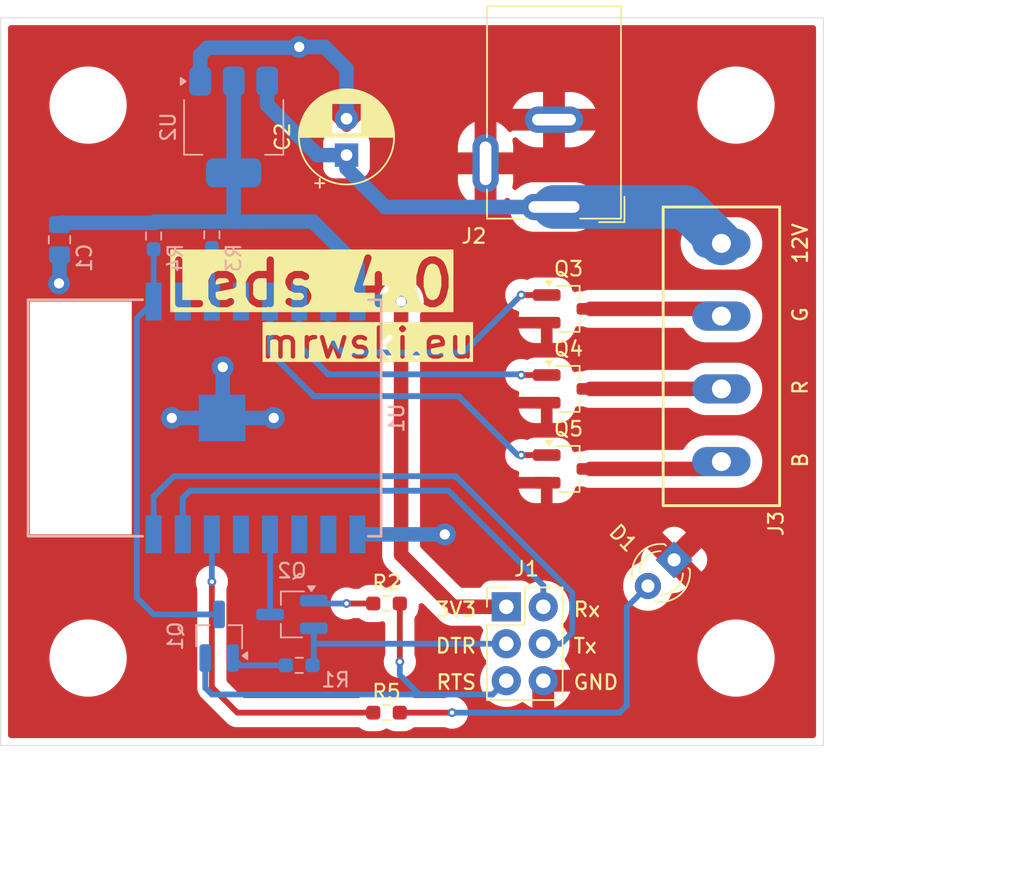
<source format=kicad_pcb>
(kicad_pcb (version 20240108) (generator "pcbnew") (generator_version "8.0")
  (layers (0 "F.Cu" signal) (31 "B.Cu" signal) (34 "B.Paste" user) (35 "F.Paste" user) (36 "B.SilkS" user "B.Silkscreen") (37 "F.SilkS" user "F.Silkscreen") (38 "B.Mask" user) (39 "F.Mask" user) (44 "Edge.Cuts" user))
  (net 0 "")
  (net 1 "+3V3")
  (net 2 "GND")
  (net 3 "+12V")
  (net 4 "/DTR")
  (net 5 "Rx")
  (net 6 "/RTS")
  (net 7 "R")
  (net 8 "B")
  (net 9 "G")
  (net 10 "RST")
  (net 11 "FLASH")
  (net 12 "inR")
  (net 13 "inG")
  (net 14 "inB")
  (net 19 "Tx")
  (net 20 "/DTR2")
  (net 21 "/RTS2")
  (net 22 "/EN")
  (net 24 "/Dr")
  (net 25 "/Dpin")
  (footprint "Package_TO_SOT_SMD:SOT-23_Handsoldering" (layer "F.Cu") (at 68.5 41)
    (property "Reference" "Q3" (at 0 -2.75 0) (layer "F.SilkS"))
    (property "Value" "IRLML2502" (hide yes))
    (fp_line (start -0.04 -1.58) (end -0.84 -1.58) (stroke (width 0.12)) (layer "F.SilkS"))
    (fp_line (start -0.04 -1.58) (end 0.76 -1.58) (stroke (width 0.12)) (layer "F.SilkS"))
    (fp_line (start 0.76 -1.58) (end 0.76 -0.65) (stroke (width 0.12)) (layer "F.SilkS"))
    (fp_line (start 0.76 1.58) (end -0.7 1.58) (stroke (width 0.12)) (layer "F.SilkS"))
    (fp_line (start 0.76 1.58) (end 0.76 0.65) (stroke (width 0.12)) (layer "F.SilkS"))
    (fp_poly (pts (xy -1.34 -1.61) (xy -1.58 -1.94) (xy -1.1 -1.94) (xy -1.34 -1.61)) (stroke (width 0.12)) (fill solid) (layer "F.SilkS"))
    (pad "1" smd roundrect (at -1.5 -0.95) (size 1.9 0.8) (layers "F.Cu" "F.Paste" "F.Mask") (net 13 "inG"))
    (pad "2" smd roundrect (at -1.5 0.95) (size 1.9 0.8) (layers "F.Cu" "F.Paste" "F.Mask") (net 2 "GND"))
    (pad "3" smd roundrect (at 1.5 0) (size 1.9 0.8) (layers "F.Cu" "F.Paste" "F.Mask") (net 9 "G"))
  )
  (footprint "Resistor_SMD:R_0603_1608Metric_Pad0.98x0.95mm_HandSolder" (layer "F.Cu") (at 56 61.25)
    (property "Reference" "R2" (at 0 -1.43 0) (layer "F.SilkS"))
    (property "Value" "10K" (hide yes))
    (fp_line (start -0.254724 -0.5225) (end 0.254724 -0.5225) (stroke (width 0.12)) (layer "F.SilkS"))
    (fp_line (start -0.254724 0.5225) (end 0.254724 0.5225) (stroke (width 0.12)) (layer "F.SilkS"))
    (pad "1" smd roundrect (at -0.9125 0) (size 0.975 0.95) (layers "F.Cu" "F.Paste" "F.Mask") (net 21 "/RTS2"))
    (pad "2" smd roundrect (at 0.9125 0) (size 0.975 0.95) (layers "F.Cu" "F.Paste" "F.Mask") (net 6 "/RTS"))
  )
  (footprint "Capacitor_THT:CP_Radial_D6.3mm_P2.50mm" (layer "F.Cu") (at 53.25 30.43238 90)
    (property "Reference" "C2" (at 1.25 -4.4 90) (layer "F.SilkS"))
    (property "Value" "100uF" (hide yes))
    (fp_line (start 1.33 -3.23) (end 1.33 3.23) (stroke (width 0.12)) (layer "F.SilkS"))
    (fp_line (start 1.29 -3.23) (end 1.29 3.23) (stroke (width 0.12)) (layer "F.SilkS"))
    (fp_line (start 1.25 -3.23) (end 1.25 3.23) (stroke (width 0.12)) (layer "F.SilkS"))
    (fp_line (start 1.37 -3.228) (end 1.37 3.228) (stroke (width 0.12)) (layer "F.SilkS"))
    (fp_line (start 1.41 -3.227) (end 1.41 3.227) (stroke (width 0.12)) (layer "F.SilkS"))
    (fp_line (start 1.45 -3.224) (end 1.45 3.224) (stroke (width 0.12)) (layer "F.SilkS"))
    (fp_line (start 1.49 -3.222) (end 1.49 -1.04) (stroke (width 0.12)) (layer "F.SilkS"))
    (fp_line (start 1.53 -3.218) (end 1.53 -1.04) (stroke (width 0.12)) (layer "F.SilkS"))
    (fp_line (start 1.57 -3.215) (end 1.57 -1.04) (stroke (width 0.12)) (layer "F.SilkS"))
    (fp_line (start 1.61 -3.211) (end 1.61 -1.04) (stroke (width 0.12)) (layer "F.SilkS"))
    (fp_line (start 1.65 -3.206) (end 1.65 -1.04) (stroke (width 0.12)) (layer "F.SilkS"))
    (fp_line (start 1.69 -3.201) (end 1.69 -1.04) (stroke (width 0.12)) (layer "F.SilkS"))
    (fp_line (start 1.73 -3.195) (end 1.73 -1.04) (stroke (width 0.12)) (layer "F.SilkS"))
    (fp_line (start 1.77 -3.189) (end 1.77 -1.04) (stroke (width 0.12)) (layer "F.SilkS"))
    (fp_line (start 1.81 -3.182) (end 1.81 -1.04) (stroke (width 0.12)) (layer "F.SilkS"))
    (fp_line (start 1.85 -3.175) (end 1.85 -1.04) (stroke (width 0.12)) (layer "F.SilkS"))
    (fp_line (start 1.89 -3.167) (end 1.89 -1.04) (stroke (width 0.12)) (layer "F.SilkS"))
    (fp_line (start 1.93 -3.159) (end 1.93 -1.04) (stroke (width 0.12)) (layer "F.SilkS"))
    (fp_line (start 1.971 -3.15) (end 1.971 -1.04) (stroke (width 0.12)) (layer "F.SilkS"))
    (fp_line (start 2.011 -3.141) (end 2.011 -1.04) (stroke (width 0.12)) (layer "F.SilkS"))
    (fp_line (start 2.051 -3.131) (end 2.051 -1.04) (stroke (width 0.12)) (layer "F.SilkS"))
    (fp_line (start 2.091 -3.121) (end 2.091 -1.04) (stroke (width 0.12)) (layer "F.SilkS"))
    (fp_line (start 2.131 -3.11) (end 2.131 -1.04) (stroke (width 0.12)) (layer "F.SilkS"))
    (fp_line (start 2.171 -3.098) (end 2.171 -1.04) (stroke (width 0.12)) (layer "F.SilkS"))
    (fp_line (start 2.211 -3.086) (end 2.211 -1.04) (stroke (width 0.12)) (layer "F.SilkS"))
    (fp_line (start 2.251 -3.074) (end 2.251 -1.04) (stroke (width 0.12)) (layer "F.SilkS"))
    (fp_line (start 2.291 -3.061) (end 2.291 -1.04) (stroke (width 0.12)) (layer "F.SilkS"))
    (fp_line (start 2.331 -3.047) (end 2.331 -1.04) (stroke (width 0.12)) (layer "F.SilkS"))
    (fp_line (start 2.371 -3.033) (end 2.371 -1.04) (stroke (width 0.12)) (layer "F.SilkS"))
    (fp_line (start 2.411 -3.018) (end 2.411 -1.04) (stroke (width 0.12)) (layer "F.SilkS"))
    (fp_line (start 2.451 -3.002) (end 2.451 -1.04) (stroke (width 0.12)) (layer "F.SilkS"))
    (fp_line (start 2.491 -2.986) (end 2.491 -1.04) (stroke (width 0.12)) (layer "F.SilkS"))
    (fp_line (start 2.531 -2.97) (end 2.531 -1.04) (stroke (width 0.12)) (layer "F.SilkS"))
    (fp_line (start 2.571 -2.952) (end 2.571 -1.04) (stroke (width 0.12)) (layer "F.SilkS"))
    (fp_line (start 2.611 -2.934) (end 2.611 -1.04) (stroke (width 0.12)) (layer "F.SilkS"))
    (fp_line (start 2.651 -2.916) (end 2.651 -1.04) (stroke (width 0.12)) (layer "F.SilkS"))
    (fp_line (start 2.691 -2.896) (end 2.691 -1.04) (stroke (width 0.12)) (layer "F.SilkS"))
    (fp_line (start 2.731 -2.876) (end 2.731 -1.04) (stroke (width 0.12)) (layer "F.SilkS"))
    (fp_line (start 2.771 -2.856) (end 2.771 -1.04) (stroke (width 0.12)) (layer "F.SilkS"))
    (fp_line (start 2.811 -2.834) (end 2.811 -1.04) (stroke (width 0.12)) (layer "F.SilkS"))
    (fp_line (start 2.851 -2.812) (end 2.851 -1.04) (stroke (width 0.12)) (layer "F.SilkS"))
    (fp_line (start 2.891 -2.79) (end 2.891 -1.04) (stroke (width 0.12)) (layer "F.SilkS"))
    (fp_line (start 2.931 -2.766) (end 2.931 -1.04) (stroke (width 0.12)) (layer "F.SilkS"))
    (fp_line (start 2.971 -2.742) (end 2.971 -1.04) (stroke (width 0.12)) (layer "F.SilkS"))
    (fp_line (start 3.011 -2.716) (end 3.011 -1.04) (stroke (width 0.12)) (layer "F.SilkS"))
    (fp_line (start 3.051 -2.69) (end 3.051 -1.04) (stroke (width 0.12)) (layer "F.SilkS"))
    (fp_line (start 3.091 -2.664) (end 3.091 -1.04) (stroke (width 0.12)) (layer "F.SilkS"))
    (fp_line (start 3.131 -2.636) (end 3.131 -1.04) (stroke (width 0.12)) (layer "F.SilkS"))
    (fp_line (start 3.171 -2.607) (end 3.171 -1.04) (stroke (width 0.12)) (layer "F.SilkS"))
    (fp_line (start 3.211 -2.578) (end 3.211 -1.04) (stroke (width 0.12)) (layer "F.SilkS"))
    (fp_line (start 3.251 -2.548) (end 3.251 -1.04) (stroke (width 0.12)) (layer "F.SilkS"))
    (fp_line (start 3.291 -2.516) (end 3.291 -1.04) (stroke (width 0.12)) (layer "F.SilkS"))
    (fp_line (start 3.331 -2.484) (end 3.331 -1.04) (stroke (width 0.12)) (layer "F.SilkS"))
    (fp_line (start 3.371 -2.45) (end 3.371 -1.04) (stroke (width 0.12)) (layer "F.SilkS"))
    (fp_line (start 3.411 -2.416) (end 3.411 -1.04) (stroke (width 0.12)) (layer "F.SilkS"))
    (fp_line (start 3.451 -2.38) (end 3.451 -1.04) (stroke (width 0.12)) (layer "F.SilkS"))
    (fp_line (start 3.491 -2.343) (end 3.491 -1.04) (stroke (width 0.12)) (layer "F.SilkS"))
    (fp_line (start 3.531 -2.305) (end 3.531 -1.04) (stroke (width 0.12)) (layer "F.SilkS"))
    (fp_line (start 3.571 -2.265) (end 3.571 2.265) (stroke (width 0.12)) (layer "F.SilkS"))
    (fp_line (start 3.611 -2.224) (end 3.611 2.224) (stroke (width 0.12)) (layer "F.SilkS"))
    (fp_line (start 3.651 -2.182) (end 3.651 2.182) (stroke (width 0.12)) (layer "F.SilkS"))
    (fp_line (start -1.935241 -2.154) (end -1.935241 -1.524) (stroke (width 0.12)) (layer "F.SilkS"))
    (fp_line (start 3.691 -2.137) (end 3.691 2.137) (stroke (width 0.12)) (layer "F.SilkS"))
    (fp_line (start 3.731 -2.092) (end 3.731 2.092) (stroke (width 0.12)) (layer "F.SilkS"))
    (fp_line (start 3.771 -2.044) (end 3.771 2.044) (stroke (width 0.12)) (layer "F.SilkS"))
    (fp_line (start 3.811 -1.995) (end 3.811 1.995) (stroke (width 0.12)) (layer "F.SilkS"))
    (fp_line (start 3.851 -1.944) (end 3.851 1.944) (stroke (width 0.12)) (layer "F.SilkS"))
    (fp_line (start 3.891 -1.89) (end 3.891 1.89) (stroke (width 0.12)) (layer "F.SilkS"))
    (fp_line (start -2.250241 -1.839) (end -1.620241 -1.839) (stroke (width 0.12)) (layer "F.SilkS"))
    (fp_line (start 3.931 -1.834) (end 3.931 1.834) (stroke (width 0.12)) (layer "F.SilkS"))
    (fp_line (start 3.971 -1.776) (end 3.971 1.776) (stroke (width 0.12)) (layer "F.SilkS"))
    (fp_line (start 4.011 -1.714) (end 4.011 1.714) (stroke (width 0.12)) (layer "F.SilkS"))
    (fp_line (start 4.051 -1.65) (end 4.051 1.65) (stroke (width 0.12)) (layer "F.SilkS"))
    (fp_line (start 4.091 -1.581) (end 4.091 1.581) (stroke (width 0.12)) (layer "F.SilkS"))
    (fp_line (start 4.131 -1.509) (end 4.131 1.509) (stroke (width 0.12)) (layer "F.SilkS"))
    (fp_line (start 4.171 -1.432) (end 4.171 1.432) (stroke (width 0.12)) (layer "F.SilkS"))
    (fp_line (start 4.211 -1.35) (end 4.211 1.35) (stroke (width 0.12)) (layer "F.SilkS"))
    (fp_line (start 4.251 -1.262) (end 4.251 1.262) (stroke (width 0.12)) (layer "F.SilkS"))
    (fp_line (start 4.291 -1.165) (end 4.291 1.165) (stroke (width 0.12)) (layer "F.SilkS"))
    (fp_line (start 4.331 -1.059) (end 4.331 1.059) (stroke (width 0.12)) (layer "F.SilkS"))
    (fp_line (start 4.371 -0.94) (end 4.371 0.94) (stroke (width 0.12)) (layer "F.SilkS"))
    (fp_line (start 4.411 -0.802) (end 4.411 0.802) (stroke (width 0.12)) (layer "F.SilkS"))
    (fp_line (start 4.451 -0.633) (end 4.451 0.633) (stroke (width 0.12)) (layer "F.SilkS"))
    (fp_line (start 4.491 -0.402) (end 4.491 0.402) (stroke (width 0.12)) (layer "F.SilkS"))
    (fp_line (start 3.531 1.04) (end 3.531 2.305) (stroke (width 0.12)) (layer "F.SilkS"))
    (fp_line (start 3.491 1.04) (end 3.491 2.343) (stroke (width 0.12)) (layer "F.SilkS"))
    (fp_line (start 3.451 1.04) (end 3.451 2.38) (stroke (width 0.12)) (layer "F.SilkS"))
    (fp_line (start 3.411 1.04) (end 3.411 2.416) (stroke (width 0.12)) (layer "F.SilkS"))
    (fp_line (start 3.371 1.04) (end 3.371 2.45) (stroke (width 0.12)) (layer "F.SilkS"))
    (fp_line (start 3.331 1.04) (end 3.331 2.484) (stroke (width 0.12)) (layer "F.SilkS"))
    (fp_line (start 3.291 1.04) (end 3.291 2.516) (stroke (width 0.12)) (layer "F.SilkS"))
    (fp_line (start 3.251 1.04) (end 3.251 2.548) (stroke (width 0.12)) (layer "F.SilkS"))
    (fp_line (start 3.211 1.04) (end 3.211 2.578) (stroke (width 0.12)) (layer "F.SilkS"))
    (fp_line (start 3.171 1.04) (end 3.171 2.607) (stroke (width 0.12)) (layer "F.SilkS"))
    (fp_line (start 3.131 1.04) (end 3.131 2.636) (stroke (width 0.12)) (layer "F.SilkS"))
    (fp_line (start 3.091 1.04) (end 3.091 2.664) (stroke (width 0.12)) (layer "F.SilkS"))
    (fp_line (start 3.051 1.04) (end 3.051 2.69) (stroke (width 0.12)) (layer "F.SilkS"))
    (fp_line (start 3.011 1.04) (end 3.011 2.716) (stroke (width 0.12)) (layer "F.SilkS"))
    (fp_line (start 2.971 1.04) (end 2.971 2.742) (stroke (width 0.12)) (layer "F.SilkS"))
    (fp_line (start 2.931 1.04) (end 2.931 2.766) (stroke (width 0.12)) (layer "F.SilkS"))
    (fp_line (start 2.891 1.04) (end 2.891 2.79) (stroke (width 0.12)) (layer "F.SilkS"))
    (fp_line (start 2.851 1.04) (end 2.851 2.812) (stroke (width 0.12)) (layer "F.SilkS"))
    (fp_line (start 2.811 1.04) (end 2.811 2.834) (stroke (width 0.12)) (layer "F.SilkS"))
    (fp_line (start 2.771 1.04) (end 2.771 2.856) (stroke (width 0.12)) (layer "F.SilkS"))
    (fp_line (start 2.731 1.04) (end 2.731 2.876) (stroke (width 0.12)) (layer "F.SilkS"))
    (fp_line (start 2.691 1.04) (end 2.691 2.896) (stroke (width 0.12)) (layer "F.SilkS"))
    (fp_line (start 2.651 1.04) (end 2.651 2.916) (stroke (width 0.12)) (layer "F.SilkS"))
    (fp_line (start 2.611 1.04) (end 2.611 2.934) (stroke (width 0.12)) (layer "F.SilkS"))
    (fp_line (start 2.571 1.04) (end 2.571 2.952) (stroke (width 0.12)) (layer "F.SilkS"))
    (fp_line (start 2.531 1.04) (end 2.531 2.97) (stroke (width 0.12)) (layer "F.SilkS"))
    (fp_line (start 2.491 1.04) (end 2.491 2.986) (stroke (width 0.12)) (layer "F.SilkS"))
    (fp_line (start 2.451 1.04) (end 2.451 3.002) (stroke (width 0.12)) (layer "F.SilkS"))
    (fp_line (start 2.411 1.04) (end 2.411 3.018) (stroke (width 0.12)) (layer "F.SilkS"))
    (fp_line (start 2.371 1.04) (end 2.371 3.033) (stroke (width 0.12)) (layer "F.SilkS"))
    (fp_line (start 2.331 1.04) (end 2.331 3.047) (stroke (width 0.12)) (layer "F.SilkS"))
    (fp_line (start 2.291 1.04) (end 2.291 3.061) (stroke (width 0.12)) (layer "F.SilkS"))
    (fp_line (start 2.251 1.04) (end 2.251 3.074) (stroke (width 0.12)) (layer "F.SilkS"))
    (fp_line (start 2.211 1.04) (end 2.211 3.086) (stroke (width 0.12)) (layer "F.SilkS"))
    (fp_line (start 2.171 1.04) (end 2.171 3.098) (stroke (width 0.12)) (layer "F.SilkS"))
    (fp_line (start 2.131 1.04) (end 2.131 3.11) (stroke (width 0.12)) (layer "F.SilkS"))
    (fp_line (start 2.091 1.04) (end 2.091 3.121) (stroke (width 0.12)) (layer "F.SilkS"))
    (fp_line (start 2.051 1.04) (end 2.051 3.131) (stroke (width 0.12)) (layer "F.SilkS"))
    (fp_line (start 2.011 1.04) (end 2.011 3.141) (stroke (width 0.12)) (layer "F.SilkS"))
    (fp_line (start 1.971 1.04) (end 1.971 3.15) (stroke (width 0.12)) (layer "F.SilkS"))
    (fp_line (start 1.93 1.04) (end 1.93 3.159) (stroke (width 0.12)) (layer "F.SilkS"))
    (fp_line (start 1.89 1.04) (end 1.89 3.167) (stroke (width 0.12)) (layer "F.SilkS"))
    (fp_line (start 1.85 1.04) (end 1.85 3.175) (stroke (width 0.12)) (layer "F.SilkS"))
    (fp_line (start 1.81 1.04) (end 1.81 3.182) (stroke (width 0.12)) (layer "F.SilkS"))
    (fp_line (start 1.77 1.04) (end 1.77 3.189) (stroke (width 0.12)) (layer "F.SilkS"))
    (fp_line (start 1.73 1.04) (end 1.73 3.195) (stroke (width 0.12)) (layer "F.SilkS"))
    (fp_line (start 1.69 1.04) (end 1.69 3.201) (stroke (width 0.12)) (layer "F.SilkS"))
    (fp_line (start 1.65 1.04) (end 1.65 3.206) (stroke (width 0.12)) (layer "F.SilkS"))
    (fp_line (start 1.61 1.04) (end 1.61 3.211) (stroke (width 0.12)) (layer "F.SilkS"))
    (fp_line (start 1.57 1.04) (end 1.57 3.215) (stroke (width 0.12)) (layer "F.SilkS"))
    (fp_line (start 1.53 1.04) (end 1.53 3.218) (stroke (width 0.12)) (layer "F.SilkS"))
    (fp_line (start 1.49 1.04) (end 1.49 3.222) (stroke (width 0.12)) (layer "F.SilkS"))
    (fp_circle (center 1.25 0) (end 4.52 0) (stroke (width 0.12)) (fill none) (layer "F.SilkS"))
    (pad "1" thru_hole rect (at 0 0 90) (size 1.6 1.6) (drill 0.8) (layers "*.Cu" "*.Mask") (net 3 "+12V"))
    (pad "2" thru_hole circle (at 2.5 0 90) (size 1.6 1.6) (drill 0.8) (layers "*.Cu" "*.Mask") (net 2 "GND"))
  )
  (footprint "MountingHole:MountingHole_4.3mm_M4" (layer "F.Cu") (at 35.5 27)
    (property "Reference" "MNT" (hide yes))
    (property "Value" "4.3mm" (hide yes))
    (pad "" np_thru_hole circle (at 0 0) (size 4.3 4.3) (drill 4.3) (layers "F&B.Cu" "*.Mask"))
  )
  (footprint "LED_THT:LED_D3.0mm" (layer "F.Cu") (at 75.75 58.25 -135)
    (property "Reference" "D1" (at 1.414214 3.535534 135) (layer "F.SilkS"))
    (property "Value" "LED" (hide yes))
    (fp_line (start -0.29 1.08) (end -0.29 1.236) (stroke (width 0.12)) (layer "F.SilkS"))
    (fp_line (start -0.29 -1.236) (end -0.29 -1.08) (stroke (width 0.12)) (layer "F.SilkS"))
    (fp_arc (start 2.942335 1.078608) (mid 1.366488 1.987659) (end -0.29 1.235516) (stroke (width 0.12)) (layer "F.SilkS"))
    (fp_arc (start 2.31113 1.079837) (mid 1.270118 1.5) (end 0.229039 1.08) (stroke (width 0.12)) (layer "F.SilkS"))
    (fp_arc (start 0.229039 -1.08) (mid 1.270118 -1.5) (end 2.31113 -1.079837) (stroke (width 0.12)) (layer "F.SilkS"))
    (fp_arc (start -0.29 -1.235516) (mid 1.366488 -1.98766) (end 2.942335 -1.078608) (stroke (width 0.12)) (layer "F.SilkS"))
    (pad "1" thru_hole rect (at 0 0 225) (size 1.8 1.8) (drill 0.9) (layers "*.Cu" "*.Mask") (net 2 "GND"))
    (pad "2" thru_hole circle (at 2.54 0 225) (size 1.8 1.8) (drill 0.9) (layers "*.Cu" "*.Mask") (net 24 "/Dr"))
  )
  (footprint "Package_TO_SOT_SMD:SOT-23_Handsoldering" (layer "F.Cu") (at 68.5 52)
    (property "Reference" "Q5" (at 0 -2.75 0) (layer "F.SilkS"))
    (property "Value" "IRLML2502" (hide yes))
    (fp_line (start -0.04 -1.58) (end -0.84 -1.58) (stroke (width 0.12)) (layer "F.SilkS"))
    (fp_line (start -0.04 -1.58) (end 0.76 -1.58) (stroke (width 0.12)) (layer "F.SilkS"))
    (fp_line (start 0.76 -1.58) (end 0.76 -0.65) (stroke (width 0.12)) (layer "F.SilkS"))
    (fp_line (start 0.76 1.58) (end -0.7 1.58) (stroke (width 0.12)) (layer "F.SilkS"))
    (fp_line (start 0.76 1.58) (end 0.76 0.65) (stroke (width 0.12)) (layer "F.SilkS"))
    (fp_poly (pts (xy -1.34 -1.61) (xy -1.58 -1.94) (xy -1.1 -1.94) (xy -1.34 -1.61)) (stroke (width 0.12)) (fill solid) (layer "F.SilkS"))
    (pad "1" smd roundrect (at -1.5 -0.95) (size 1.9 0.8) (layers "F.Cu" "F.Paste" "F.Mask") (net 14 "inB"))
    (pad "2" smd roundrect (at -1.5 0.95) (size 1.9 0.8) (layers "F.Cu" "F.Paste" "F.Mask") (net 2 "GND"))
    (pad "3" smd roundrect (at 1.5 0) (size 1.9 0.8) (layers "F.Cu" "F.Paste" "F.Mask") (net 8 "B"))
  )
  (footprint "MountingHole:MountingHole_4.3mm_M4" (layer "F.Cu") (at 80 27)
    (property "Reference" "MNT" (hide yes))
    (property "Value" "4.3mm" (hide yes))
    (pad "" np_thru_hole circle (at 0 0) (size 4.3 4.3) (drill 4.3) (layers "F&B.Cu" "*.Mask"))
  )
  (footprint "lib_MyARK:BarrelJack" (layer "F.Cu") (at 67.5 34 180)
    (property "Reference" "J2" (at 5.5 -2 180) (layer "F.SilkS"))
    (property "Value" "6mm" (hide yes))
    (fp_line (start 4.6 13.8) (end -4.6 13.8) (stroke (width 0.12)) (layer "F.SilkS"))
    (fp_line (start 4.6 4.8) (end 4.6 13.8) (stroke (width 0.12)) (layer "F.SilkS"))
    (fp_line (start 4.6 -0.8) (end 4.6 1.2) (stroke (width 0.12)) (layer "F.SilkS"))
    (fp_line (start 1.8 -0.8) (end 4.6 -0.8) (stroke (width 0.12)) (layer "F.SilkS"))
    (fp_line (start -4.6 13.8) (end -4.6 -0.8) (stroke (width 0.12)) (layer "F.SilkS"))
    (fp_line (start -4.6 -0.8) (end -1.8 -0.8) (stroke (width 0.12)) (layer "F.SilkS"))
    (fp_line (start -4.84 0.7) (end -4.84 -1.04) (stroke (width 0.12)) (layer "F.SilkS"))
    (fp_line (start -4.84 -1.04) (end -3.1 -1.04) (stroke (width 0.12)) (layer "F.SilkS"))
    (pad "1" thru_hole oval (at 0 0 180) (size 4.5 1.8) (drill oval 3.5 0.8) (layers "*.Cu" "*.Mask") (net 3 "+12V"))
    (pad "2" thru_hole oval (at 0 6 180) (size 4 1.8) (drill oval 3 0.8) (layers "*.Cu" "*.Mask") (net 2 "GND"))
    (pad "3" thru_hole oval (at 4.7 3 180) (size 1.8 4) (drill oval 0.8 3) (layers "*.Cu" "*.Mask") (net 2 "GND"))
  )
  (footprint "Package_TO_SOT_SMD:SOT-23_Handsoldering" (layer "F.Cu") (at 68.5 46.5)
    (property "Reference" "Q4" (at 0 -2.75 0) (layer "F.SilkS"))
    (property "Value" "IRLML2502" (hide yes))
    (fp_line (start -0.04 -1.58) (end -0.84 -1.58) (stroke (width 0.12)) (layer "F.SilkS"))
    (fp_line (start -0.04 -1.58) (end 0.76 -1.58) (stroke (width 0.12)) (layer "F.SilkS"))
    (fp_line (start 0.76 -1.58) (end 0.76 -0.65) (stroke (width 0.12)) (layer "F.SilkS"))
    (fp_line (start 0.76 1.58) (end -0.7 1.58) (stroke (width 0.12)) (layer "F.SilkS"))
    (fp_line (start 0.76 1.58) (end 0.76 0.65) (stroke (width 0.12)) (layer "F.SilkS"))
    (fp_poly (pts (xy -1.34 -1.61) (xy -1.58 -1.94) (xy -1.1 -1.94) (xy -1.34 -1.61)) (stroke (width 0.12)) (fill solid) (layer "F.SilkS"))
    (pad "1" smd roundrect (at -1.5 -0.95) (size 1.9 0.8) (layers "F.Cu" "F.Paste" "F.Mask") (net 12 "inR"))
    (pad "2" smd roundrect (at -1.5 0.95) (size 1.9 0.8) (layers "F.Cu" "F.Paste" "F.Mask") (net 2 "GND"))
    (pad "3" smd roundrect (at 1.5 0) (size 1.9 0.8) (layers "F.Cu" "F.Paste" "F.Mask") (net 7 "R"))
  )
  (footprint "Connector_PinHeader_2.54mm:PinHeader_2x03_P2.54mm_Vertical" (layer "F.Cu") (at 64.225 61.475)
    (property "Reference" "J1" (at 1.39 -2.605 0) (layer "F.SilkS"))
    (property "Value" "PROG")
    (fp_line (start -1.33 -1.33) (end 0 -1.33) (stroke (width 0.12)) (layer "F.SilkS"))
    (fp_line (start -1.33 0) (end -1.33 -1.33) (stroke (width 0.12)) (layer "F.SilkS"))
    (fp_line (start -1.33 1.27) (end -1.33 6.41) (stroke (width 0.12)) (layer "F.SilkS"))
    (fp_line (start -1.33 1.27) (end 1.27 1.27) (stroke (width 0.12)) (layer "F.SilkS"))
    (fp_line (start -1.33 6.41) (end 3.87 6.41) (stroke (width 0.12)) (layer "F.SilkS"))
    (fp_line (start 1.27 -1.33) (end 3.87 -1.33) (stroke (width 0.12)) (layer "F.SilkS"))
    (fp_line (start 1.27 1.27) (end 1.27 -1.33) (stroke (width 0.12)) (layer "F.SilkS"))
    (fp_line (start 3.87 -1.33) (end 3.87 6.41) (stroke (width 0.12)) (layer "F.SilkS"))
    (pad "1" thru_hole rect (at 0 0) (size 2 2) (drill 1) (layers "*.Cu" "*.Mask") (net 1 "+3V3"))
    (pad "2" thru_hole oval (at 2.54 0) (size 2 2) (drill 1) (layers "*.Cu" "*.Mask") (net 5 "Rx"))
    (pad "3" thru_hole oval (at 0 2.54) (size 2 2) (drill 1) (layers "*.Cu" "*.Mask") (net 4 "/DTR"))
    (pad "4" thru_hole circle (at 2.54 2.54) (size 2 2) (drill 1) (layers "*.Cu" "*.Mask") (net 19 "Tx"))
    (pad "5" thru_hole oval (at 0 5.08) (size 2 2) (drill 1) (layers "*.Cu" "*.Mask") (net 6 "/RTS"))
    (pad "6" thru_hole oval (at 2.54 5.08) (size 2 2) (drill 1) (layers "*.Cu" "*.Mask") (net 2 "GND"))
  )
  (footprint "MountingHole:MountingHole_4.3mm_M4" (layer "F.Cu") (at 35.5 65)
    (property "Reference" "MNT" (hide yes))
    (property "Value" "4.3mm" (hide yes))
    (pad "" np_thru_hole circle (at 0 0) (size 4.3 4.3) (drill 4.3) (layers "F&B.Cu" "*.Mask"))
  )
  (footprint "MountingHole:MountingHole_4.3mm_M4" (layer "F.Cu") (at 80 65)
    (property "Reference" "MNT" (hide yes))
    (property "Value" "4.3mm" (hide yes))
    (pad "" np_thru_hole circle (at 0 0) (size 4.3 4.3) (drill 4.3) (layers "*.Cu" "*.Mask"))
  )
  (footprint "Resistor_SMD:R_0603_1608Metric_Pad0.98x0.95mm_HandSolder" (layer "F.Cu") (at 56 68.75)
    (property "Reference" "R5" (at 0 -1.43 0) (layer "F.SilkS"))
    (property "Value" "120" (hide yes))
    (fp_line (start -0.254724 -0.5225) (end 0.254724 -0.5225) (stroke (width 0.12)) (layer "F.SilkS"))
    (fp_line (start -0.254724 0.5225) (end 0.254724 0.5225) (stroke (width 0.12)) (layer "F.SilkS"))
    (pad "1" smd roundrect (at -0.9125 0) (size 0.975 0.95) (layers "F.Cu" "F.Paste" "F.Mask") (net 25 "/Dpin"))
    (pad "2" smd roundrect (at 0.9125 0) (size 0.975 0.95) (layers "F.Cu" "F.Paste" "F.Mask") (net 24 "/Dr"))
  )
  (footprint "lib_MyARK:ARK_ScrewTerminal_5.00mm_4" (layer "F.Cu") (at 79 36.5 -90)
    (property "Reference" "J3" (hide yes))
    (property "Value" "RGB" (hide yes))
    (fp_rect (start -2.5 -4) (end 18.0254 4) (stroke (width 0.2)) (fill none) (layer "F.SilkS"))
    (fp_text user "${REFERENCE}" (at 19.25 -3.75 90) (layer "F.SilkS"))
    (pad "1" thru_hole oval (at 0 0 270) (size 2 4) (drill 1.3) (layers "*.Cu" "*.Mask") (net 3 "+12V"))
    (pad "2" thru_hole oval (at 5 0 270) (size 2 4) (drill 1.3) (layers "*.Cu" "*.Mask") (net 9 "G"))
    (pad "3" thru_hole oval (at 10 0 270) (size 2 4) (drill 1.3) (layers "*.Cu" "*.Mask") (net 7 "R"))
    (pad "4" thru_hole oval (at 15 0 270) (size 2 4) (drill 1.3) (layers "*.Cu" "*.Mask") (net 8 "B"))
  )
  (footprint "Resistor_SMD:R_0603_1608Metric_Pad0.98x0.95mm_HandSolder" (layer "B.Cu") (at 50 65.5)
    (property "Reference" "R1" (at 2.5 1 0) (layer "B.SilkS") (effects (justify mirror)))
    (property "Value" "10K" (hide yes))
    (fp_line (start 0.254724 -0.5225) (end -0.254724 -0.5225) (stroke (width 0.12)) (layer "B.SilkS"))
    (fp_line (start 0.254724 0.5225) (end -0.254724 0.5225) (stroke (width 0.12)) (layer "B.SilkS"))
    (pad "1" smd roundrect (at -0.9125 0) (size 0.975 0.95) (layers "B.Cu" "B.Paste" "B.Mask") (net 20 "/DTR2"))
    (pad "2" smd roundrect (at 0.9125 0) (size 0.975 0.95) (layers "B.Cu" "B.Paste" "B.Mask") (net 4 "/DTR"))
  )
  (footprint "Resistor_SMD:R_0603_1608Metric_Pad0.98x0.95mm_HandSolder" (layer "B.Cu") (at 44 35.9125 90)
    (property "Reference" "R3" (at -1.5875 1.5 90) (layer "B.SilkS") (effects (justify mirror)))
    (property "Value" "10K" (hide yes))
    (fp_line (start 0.254724 -0.5225) (end -0.254724 -0.5225) (stroke (width 0.12)) (layer "B.SilkS"))
    (fp_line (start 0.254724 0.5225) (end -0.254724 0.5225) (stroke (width 0.12)) (layer "B.SilkS"))
    (pad "1" smd roundrect (at -0.9125 0 90) (size 0.975 0.95) (layers "B.Cu" "B.Paste" "B.Mask") (net 22 "/EN"))
    (pad "2" smd roundrect (at 0.9125 0 90) (size 0.975 0.95) (layers "B.Cu" "B.Paste" "B.Mask") (net 1 "+3V3"))
  )
  (footprint "Package_TO_SOT_SMD:SOT-23_Handsoldering" (layer "B.Cu") (at 44.5 63.5 90)
    (property "Reference" "Q1" (at 0 -3 90) (layer "B.SilkS") (effects (justify mirror)))
    (property "Value" "BC847c" (hide yes))
    (fp_line (start -0.7 -1.58) (end 0.76 -1.58) (stroke (width 0.12)) (layer "B.SilkS"))
    (fp_line (start 0.76 -0.65) (end 0.76 -1.58) (stroke (width 0.12)) (layer "B.SilkS"))
    (fp_line (start 0.76 0.65) (end 0.76 1.58) (stroke (width 0.12)) (layer "B.SilkS"))
    (fp_line (start 0.76 1.58) (end -0.04 1.58) (stroke (width 0.12)) (layer "B.SilkS"))
    (fp_line (start -0.84 1.58) (end -0.04 1.58) (stroke (width 0.12)) (layer "B.SilkS"))
    (fp_poly (pts (xy -1.34 1.61) (xy -1.58 1.94) (xy -1.1 1.94) (xy -1.34 1.61)) (stroke (width 0.12)) (fill solid) (layer "B.SilkS"))
    (pad "1" smd roundrect (at -1.5 0.95 90) (size 1.9 0.8) (layers "B.Cu" "B.Paste" "B.Mask") (net 20 "/DTR2"))
    (pad "2" smd roundrect (at -1.5 -0.95 90) (size 1.9 0.8) (layers "B.Cu" "B.Paste" "B.Mask") (net 6 "/RTS"))
    (pad "3" smd roundrect (at 1.5 0 90) (size 1.9 0.8) (layers "B.Cu" "B.Paste" "B.Mask") (net 10 "RST"))
  )
  (footprint "Package_TO_SOT_SMD:SOT-223-3_TabPin2" (layer "B.Cu") (at 45.5 28.5 -90)
    (property "Reference" "U2" (at 0 4.5 90) (layer "B.SilkS") (effects (justify mirror)))
    (property "Value" "AMS1117-3.3" (hide yes))
    (fp_line (start 1.91 3.41) (end -1.85 3.41) (stroke (width 0.12)) (layer "B.SilkS"))
    (fp_line (start 1.91 2.15) (end 1.91 3.41) (stroke (width 0.12)) (layer "B.SilkS"))
    (fp_line (start 1.91 -2.15) (end 1.91 -3.41) (stroke (width 0.12)) (layer "B.SilkS"))
    (fp_line (start 1.91 -3.41) (end -1.85 -3.41) (stroke (width 0.12)) (layer "B.SilkS"))
    (fp_poly (pts (xy -3.13 3.31) (xy -3.37 3.64) (xy -2.89 3.64) (xy -3.13 3.31)) (stroke (width 0.12)) (fill solid) (layer "B.SilkS"))
    (pad "1" smd roundrect (at -3.15 2.3 270) (size 2 1.5) (layers "B.Cu" "B.Paste" "B.Mask") (net 2 "GND"))
    (pad "2" smd roundrect (at -3.15 0 270) (size 2 1.5) (layers "B.Cu" "B.Paste" "B.Mask") (net 1 "+3V3"))
    (pad "2" smd roundrect (at 3.15 0 270) (size 2 3.8) (layers "B.Cu" "B.Paste" "B.Mask") (net 1 "+3V3"))
    (pad "3" smd roundrect (at -3.15 -2.3 270) (size 2 1.5) (layers "B.Cu" "B.Paste" "B.Mask") (net 3 "+12V"))
  )
  (footprint "Resistor_SMD:R_0603_1608Metric_Pad0.98x0.95mm_HandSolder" (layer "B.Cu") (at 40 36 90)
    (property "Reference" "R4" (at -1.5 1.5 90) (layer "B.SilkS") (effects (justify mirror)))
    (property "Value" "10K" (hide yes))
    (fp_line (start 0.254724 -0.5225) (end -0.254724 -0.5225) (stroke (width 0.12)) (layer "B.SilkS"))
    (fp_line (start 0.254724 0.5225) (end -0.254724 0.5225) (stroke (width 0.12)) (layer "B.SilkS"))
    (pad "1" smd roundrect (at -0.9125 0 90) (size 0.975 0.95) (layers "B.Cu" "B.Paste" "B.Mask") (net 10 "RST"))
    (pad "2" smd roundrect (at 0.9125 0 90) (size 0.975 0.95) (layers "B.Cu" "B.Paste" "B.Mask") (net 1 "+3V3"))
  )
  (footprint "lib_ESP-12S:esp" (layer "B.Cu") (at 43.5 48.5 -90)
    (property "Reference" "U1" (at 0 -13.2 90) (layer "B.SilkS") (effects (font (thickness 0.16)) (justify mirror)))
    (property "Value" "ESP-12S" (hide yes))
    (fp_line (start -8.127 12.127) (end -8.127 4.256) (stroke (width 0.1778)) (layer "B.SilkS"))
    (fp_line (start 8.127 12.127) (end -8.127 12.127) (stroke (width 0.1778)) (layer "B.SilkS"))
    (fp_line (start 8.127 4.256) (end 8.127 12.127) (stroke (width 0.1778)) (layer "B.SilkS"))
    (fp_line (start -8.127 -11.241) (end -8.127 -12.127) (stroke (width 0.1778)) (layer "B.SilkS"))
    (fp_line (start -8.127 -12.127) (end 8.127 -12.127) (stroke (width 0.1778)) (layer "B.SilkS"))
    (fp_line (start 8.127 -12.127) (end 8.127 -11.241) (stroke (width 0.1778)) (layer "B.SilkS"))
    (pad "0" smd rect (at 0 -1.2 270) (size 3.2 3.2) (layers "B.Cu" "B.Mask") (net 2 "GND"))
    (pad "1" smd rect (at -8 3.5 270) (size 2.6 1.1) (layers "B.Cu" "B.Paste" "B.Mask") (net 10 "RST"))
    (pad "2" smd rect (at -8 1.5 270) (size 2.6 1.1) (layers "B.Cu" "B.Paste" "B.Mask"))
    (pad "3" smd rect (at -8 -0.5 270) (size 2.6 1.1) (layers "B.Cu" "B.Paste" "B.Mask") (net 22 "/EN"))
    (pad "4" smd rect (at -8 -2.5 270) (size 2.6 1.1) (layers "B.Cu" "B.Paste" "B.Mask"))
    (pad "5" smd rect (at -8 -4.5 270) (size 2.6 1.1) (layers "B.Cu" "B.Paste" "B.Mask") (net 14 "inB"))
    (pad "6" smd rect (at -8 -6.5 270) (size 2.6 1.1) (layers "B.Cu" "B.Paste" "B.Mask") (net 12 "inR"))
    (pad "7" smd rect (at -8 -8.5 270) (size 2.6 1.1) (layers "B.Cu" "B.Paste" "B.Mask") (net 13 "inG"))
    (pad "8" smd rect (at -8 -10.5 270) (size 2.6 1.1) (layers "B.Cu" "B.Paste" "B.Mask") (net 1 "+3V3"))
    (pad "9" smd rect (at 8 -10.5 90) (size 2.6 1.1) (layers "B.Cu" "B.Paste" "B.Mask") (net 2 "GND"))
    (pad "10" smd rect (at 8 -8.5 90) (size 2.6 1.1) (layers "B.Cu" "B.Paste" "B.Mask"))
    (pad "11" smd rect (at 8 -6.5 90) (size 2.6 1.1) (layers "B.Cu" "B.Paste" "B.Mask"))
    (pad "12" smd rect (at 8 -4.5 90) (size 2.6 1.1) (layers "B.Cu" "B.Paste" "B.Mask") (net 11 "FLASH"))
    (pad "13" smd rect (at 8 -2.5 90) (size 2.6 1.1) (layers "B.Cu" "B.Paste" "B.Mask"))
    (pad "14" smd rect (at 8 -0.5 90) (size 2.6 1.1) (layers "B.Cu" "B.Paste" "B.Mask") (net 25 "/Dpin"))
    (pad "15" smd rect (at 8 1.5 90) (size 2.6 1.1) (layers "B.Cu" "B.Paste" "B.Mask") (net 5 "Rx"))
    (pad "16" smd rect (at 8 3.5 90) (size 2.6 1.1) (layers "B.Cu" "B.Paste" "B.Mask") (net 19 "Tx"))
    (zone (net 0) (net_name "") (layer "F.Cu") (connect_pads (clearance 0)) (min_thickness 0.002541)
      (keepout (tracks not_allowed) (vias not_allowed) (pads not_allowed) (copperpour not_allowed) (footprints allowed))
      (fill (thermal_gap 0.508) (thermal_bridge_width 0.508))
      (polygon (pts (xy 38.5 56.5) (xy 38.5 40.5) (xy 31.5 40.5) (xy 31.5 56.5)))
    )
  )
  (footprint "Capacitor_SMD:C_0805_2012Metric_Pad1.18x1.45mm_HandSolder" (layer "B.Cu") (at 33.5375 36.25 -90)
    (property "Reference" "C1" (at 1.25 -1.7125 90) (layer "B.SilkS") (effects (justify mirror)))
    (property "Value" "22uF" (hide yes))
    (fp_line (start 0.261252 0.735) (end -0.261252 0.735) (stroke (width 0.12)) (layer "B.SilkS"))
    (fp_line (start 0.261252 -0.735) (end -0.261252 -0.735) (stroke (width 0.12)) (layer "B.SilkS"))
    (pad "1" smd roundrect (at -1.0375 0 270) (size 1.175 1.45) (layers "B.Cu" "B.Paste" "B.Mask") (roundrect_rratio 0.212766) (net 1 "+3V3"))
    (pad "2" smd roundrect (at 1.0375 0 270) (size 1.175 1.45) (layers "B.Cu" "B.Paste" "B.Mask") (roundrect_rratio 0.212766) (net 2 "GND"))
  )
  (footprint "Package_TO_SOT_SMD:SOT-23_Handsoldering" (layer "B.Cu") (at 49.5 62 180)
    (property "Reference" "Q2" (at 0 3 0) (layer "B.SilkS") (effects (justify mirror)))
    (property "Value" "BC847c" (hide yes))
    (fp_line (start 0.76 1.58) (end -0.04 1.58) (stroke (width 0.12)) (layer "B.SilkS"))
    (fp_line (start 0.76 0.65) (end 0.76 1.58) (stroke (width 0.12)) (layer "B.SilkS"))
    (fp_line (start 0.76 -0.65) (end 0.76 -1.58) (stroke (width 0.12)) (layer "B.SilkS"))
    (fp_line (start -0.7 -1.58) (end 0.76 -1.58) (stroke (width 0.12)) (layer "B.SilkS"))
    (fp_line (start -0.84 1.58) (end -0.04 1.58) (stroke (width 0.12)) (layer "B.SilkS"))
    (fp_poly (pts (xy -1.34 1.61) (xy -1.58 1.94) (xy -1.1 1.94) (xy -1.34 1.61)) (stroke (width 0.12)) (fill solid) (layer "B.SilkS"))
    (pad "1" smd roundrect (at -1.5 0.95 180) (size 1.9 0.8) (layers "B.Cu" "B.Paste" "B.Mask") (net 21 "/RTS2"))
    (pad "2" smd roundrect (at -1.5 -0.95 180) (size 1.9 0.8) (layers "B.Cu" "B.Paste" "B.Mask") (net 4 "/DTR"))
    (pad "3" smd roundrect (at 1.5 0 180) (size 1.9 0.8) (layers "B.Cu" "B.Paste" "B.Mask") (net 11 "FLASH"))
  )
  (gr_rect (start 29.5 21) (end 86 71) (stroke (width 0.05)) (fill none) (layer "Edge.Cuts"))
  (gr_text "DTR" (at 62.25 64.75 0) (layer "F.SilkS") (effects (font (size 1 1) (thickness 0.16)) (justify right bottom)))
  (gr_text "GND" (at 68.75 67.25 0) (layer "F.SilkS") (effects (font (size 1 1) (thickness 0.16)) (justify left bottom)))
  (gr_text "mrwski.eu" (at 47.183031 44.536068 0) (layer "F.SilkS" knockout) (effects (font (size 2 2) (thickness 0.3)) (justify left bottom)))
  (gr_text "Tx" (at 68.75 64.75 0) (layer "F.SilkS") (effects (font (size 1 1) (thickness 0.16)) (justify left bottom)))
  (gr_text "Leds 4.0" (at 40.683031 41.036068 0) (layer "F.SilkS" knockout) (effects (font (size 3 3) (thickness 0.5)) (justify left bottom)))
  (gr_text "12V" (at 85 38 90) (layer "F.SilkS") (effects (font (size 1 1) (thickness 0.16)) (justify left bottom)))
  (gr_text "B" (at 85 52 90) (layer "F.SilkS") (effects (font (size 1 1) (thickness 0.16)) (justify left bottom)))
  (gr_text "G" (at 85 42 90) (layer "F.SilkS") (effects (font (size 1 1) (thickness 0.16)) (justify left bottom)))
  (gr_text "Rx" (at 68.75 62.25 0) (layer "F.SilkS") (effects (font (size 1 1) (thickness 0.16)) (justify left bottom)))
  (gr_text "3V3" (at 62.25 62.25 0) (layer "F.SilkS") (effects (font (size 1 1) (thickness 0.16)) (justify right bottom)))
  (gr_text "R" (at 85 47 90) (layer "F.SilkS") (effects (font (size 1 1) (thickness 0.16)) (justify left bottom)))
  (gr_text "RTS" (at 62.25 67.25 0) (layer "F.SilkS") (effects (font (size 1 1) (thickness 0.16)) (justify right bottom)))
  (segment (start 57 57.899138) (end 60.575862 61.475) (width 1) (layer "F.Cu") (net 1))
  (segment (start 60.575862 61.475) (end 64.225 61.475) (width 1) (layer "F.Cu") (net 1))
  (segment (start 57 40.5) (end 57 57.899138) (width 1) (layer "F.Cu") (net 1))
  (via (at 57 40.5) (size 1.5) (drill 0.7) (layers "F.Cu" "B.Cu") (net 1))
  (segment (start 33.6625 35.0875) (end 33.5375 35.2125) (width 1) (layer "B.Cu") (net 1))
  (segment (start 40.0875 35) (end 44 35) (width 1) (layer "B.Cu") (net 1))
  (segment (start 45.5 35) (end 47 35) (width 1) (layer "B.Cu") (net 1))
  (segment (start 40 35.0875) (end 33.6625 35.0875) (width 1) (layer "B.Cu") (net 1))
  (segment (start 57 40.5) (end 54 40.5) (width 1) (layer "B.Cu") (net 1))
  (segment (start 45.5 31.65) (end 45.5 35) (width 1) (layer "B.Cu") (net 1))
  (segment (start 45.5 25.35) (end 45.5 31.65) (width 1) (layer "B.Cu") (net 1))
  (segment (start 40 35.0875) (end 40.0875 35) (width 1) (layer "B.Cu") (net 1))
  (segment (start 50.95 35) (end 54 38.05) (width 1) (layer "B.Cu") (net 1))
  (segment (start 47 35) (end 50.95 35) (width 1) (layer "B.Cu") (net 1))
  (segment (start 54 38.05) (end 54 40.5) (width 1) (layer "B.Cu") (net 1))
  (segment (start 44 35) (end 45.5 35) (width 1) (layer "B.Cu") (net 1))
  (via (at 41.25 48.5) (size 1.5) (drill 0.7) (layers "F.Cu" "B.Cu") (net 2))
  (via (at 50 23) (size 1.5) (drill 0.7) (layers "F.Cu" "B.Cu") (net 2))
  (via (at 48.25 48.5) (size 1.5) (drill 0.7) (layers "F.Cu" "B.Cu") (net 2))
  (via (at 44.75 45) (size 1.5) (drill 0.7) (layers "F.Cu" "B.Cu") (net 2))
  (via (at 60 56.5) (size 1.5) (drill 0.7) (layers "F.Cu" "B.Cu") (net 2))
  (via (at 33.5 39.25) (size 1.5) (drill 0.7) (layers "F.Cu" "B.Cu") (net 2))
  (segment (start 44.75 48.45) (end 44.7 48.5) (width 1) (layer "B.Cu") (net 2))
  (segment (start 50 23) (end 51.75 23) (width 1) (layer "B.Cu") (net 2))
  (segment (start 60 56.5) (end 54 56.5) (width 1) (layer "B.Cu") (net 2))
  (segment (start 33.5375 39.2125) (end 33.5 39.25) (width 1) (layer "B.Cu") (net 2))
  (segment (start 43.2 25.35) (end 43.2 23.55) (width 1) (layer "B.Cu") (net 2))
  (segment (start 43.7 23.05) (end 49.95 23.05) (width 1) (layer "B.Cu") (net 2))
  (segment (start 41.25 48.5) (end 44.7 48.5) (width 1) (layer "B.Cu") (net 2))
  (segment (start 53.25 24.5) (end 53.25 27.93238) (width 1) (layer "B.Cu") (net 2))
  (segment (start 48.25 48.5) (end 44.7 48.5) (width 1) (layer "B.Cu") (net 2))
  (segment (start 43.2 23.55) (end 43.7 23.05) (width 1) (layer "B.Cu") (net 2))
  (segment (start 33.5375 37.2875) (end 33.5375 39.2125) (width 1) (layer "B.Cu") (net 2))
  (segment (start 51.75 23) (end 53.25 24.5) (width 1) (layer "B.Cu") (net 2))
  (segment (start 44.75 45) (end 44.75 48.45) (width 1) (layer "B.Cu") (net 2))
  (segment (start 76.5 34) (end 79 36.5) (width 3) (layer "B.Cu") (net 3))
  (segment (start 47.8 26.98238) (end 47.8 25.35) (width 1) (layer "B.Cu") (net 3))
  (segment (start 67.5 34) (end 55.90881 34) (width 1) (layer "B.Cu") (net 3))
  (segment (start 51.25 30.43238) (end 47.8 26.98238) (width 1) (layer "B.Cu") (net 3))
  (segment (start 53.25 30.43238) (end 51.25 30.43238) (width 1) (layer "B.Cu") (net 3))
  (segment (start 53.25 31.34119) (end 53.25 30.43238) (width 1) (layer "B.Cu") (net 3))
  (segment (start 76.5 34) (end 67.5 34) (width 3) (layer "B.Cu") (net 3))
  (segment (start 55.90881 34) (end 53.25 31.34119) (width 1) (layer "B.Cu") (net 3))
  (segment (start 64.225 64.015) (end 51 64.015) (width 0.4) (layer "B.Cu") (net 4))
  (segment (start 51 64.015) (end 51 62.95) (width 0.4) (layer "B.Cu") (net 4))
  (segment (start 51 62.95) (end 51 65.4125) (width 0.4) (layer "B.Cu") (net 4))
  (segment (start 51 65.4125) (end 50.9125 65.5) (width 0.4) (layer "B.Cu") (net 4))
  (segment (start 42 56.5) (end 42 54) (width 0.4) (layer "B.Cu") (net 5))
  (segment (start 66.765 60.015) (end 66.765 61.475) (width 0.4) (layer "B.Cu") (net 5))
  (segment (start 60.25 53.5) (end 66.765 60.015) (width 0.4) (layer "B.Cu") (net 5))
  (segment (start 42.5 53.5) (end 60.25 53.5) (width 0.4) (layer "B.Cu") (net 5))
  (segment (start 42 54) (end 42.5 53.5) (width 0.4) (layer "B.Cu") (net 5))
  (segment (start 56.9125 65.25) (end 56.9125 61.25) (width 0.4) (layer "F.Cu") (net 6))
  (via (at 56.9125 65.25) (size 0.6) (drill 0.3) (layers "F.Cu" "B.Cu") (net 6))
  (segment (start 59.5 67.5) (end 63.28 67.5) (width 0.4) (layer "B.Cu") (net 6))
  (segment (start 63.28 67.5) (end 64.225 66.555) (width 0.4) (layer "B.Cu") (net 6))
  (segment (start 43.55 67.05) (end 44 67.5) (width 0.4) (layer "B.Cu") (net 6))
  (segment (start 43.55 65) (end 43.55 67.05) (width 0.4) (layer "B.Cu") (net 6))
  (segment (start 56.9125 66.1625) (end 58.25 67.5) (width 0.4) (layer "B.Cu") (net 6))
  (segment (start 44 67.5) (end 59.5 67.5) (width 0.4) (layer "B.Cu") (net 6))
  (segment (start 58.25 67.5) (end 59.5 67.5) (width 0.4) (layer "B.Cu") (net 6))
  (segment (start 56.9125 65.25) (end 56.9125 66.1625) (width 0.4) (layer "B.Cu") (net 6))
  (segment (start 70 46.5) (end 79 46.5) (width 1) (layer "F.Cu") (net 7))
  (segment (start 78.5 52) (end 79 51.5) (width 1) (layer "F.Cu") (net 8))
  (segment (start 70 52) (end 78.5 52) (width 1) (layer "F.Cu") (net 8))
  (segment (start 78.5 52) (end 79 51.5) (width 1) (layer "B.Cu") (net 8))
  (segment (start 78.5 41) (end 79 41.5) (width 1) (layer "F.Cu") (net 9))
  (segment (start 70 41) (end 78.5 41) (width 1) (layer "F.Cu") (net 9))
  (segment (start 78.5 41) (end 79 41.5) (width 1) (layer "B.Cu") (net 9))
  (segment (start 40 40.5) (end 38.85 41.65) (width 0.4) (layer "B.Cu") (net 10))
  (segment (start 38.85 60.85) (end 40 62) (width 0.4) (layer "B.Cu") (net 10))
  (segment (start 38.85 41.65) (end 38.85 60.85) (width 0.4) (layer "B.Cu") (net 10))
  (segment (start 40 62) (end 44.5 62) (width 0.4) (layer "B.Cu") (net 10))
  (segment (start 40 36.9125) (end 40 40.5) (width 0.4) (layer "B.Cu") (net 10))
  (segment (start 48 56.5) (end 48 62) (width 0.4) (layer "B.Cu") (net 11))
  (segment (start 65.25 45.55) (end 67 45.55) (width 0.4) (layer "F.Cu") (net 12))
  (via (at 65.25 45.55) (size 0.6) (drill 0.3) (layers "F.Cu" "B.Cu") (net 12))
  (segment (start 65.25 45.55) (end 65.2 45.5) (width 0.4) (layer "B.Cu") (net 12))
  (segment (start 52 45.5) (end 50 43.5) (width 0.4) (layer "B.Cu") (net 12))
  (segment (start 50 43.5) (end 50 40.5) (width 0.4) (layer "B.Cu") (net 12))
  (segment (start 65.2 45.5) (end 52 45.5) (width 0.4) (layer "B.Cu") (net 12))
  (segment (start 65.25 40.05) (end 67 40.05) (width 0.4) (layer "F.Cu") (net 13))
  (via (at 65.25 40.05) (size 0.6) (drill 0.3) (layers "F.Cu" "B.Cu") (net 13))
  (segment (start 65.25 40.05) (end 61.3 44) (width 0.4) (layer "B.Cu") (net 13))
  (segment (start 52 43) (end 52 40.5) (width 0.4) (layer "B.Cu") (net 13))
  (segment (start 61.3 44) (end 53 44) (width 0.4) (layer "B.Cu") (net 13))
  (segment (start 53 44) (end 52 43) (width 0.4) (layer "B.Cu") (net 13))
  (segment (start 65.25 51.05) (end 67 51.05) (width 0.4) (layer "F.Cu") (net 14))
  (via (at 65.25 51.05) (size 0.6) (drill 0.3) (layers "F.Cu" "B.Cu") (net 14))
  (segment (start 60.95 47) (end 51 47) (width 0.4) (layer "B.Cu") (net 14))
  (segment (start 48 44) (end 48 40.5) (width 0.4) (layer "B.Cu") (net 14))
  (segment (start 51 47) (end 48 44) (width 0.4) (layer "B.Cu") (net 14))
  (segment (start 65 51.05) (end 60.95 47) (width 0.4) (layer "B.Cu") (net 14))
  (segment (start 65.25 51.05) (end 65 51.05) (width 0.4) (layer "B.Cu") (net 14))
  (segment (start 67.985 64.015) (end 66.765 64.015) (width 0.4) (layer "B.Cu") (net 19))
  (segment (start 40 56.5) (end 40 53.9) (width 0.4) (layer "B.Cu") (net 19))
  (segment (start 41.4 52.5) (end 60.75 52.5) (width 0.4) (layer "B.Cu") (net 19))
  (segment (start 60.75 52.5) (end 68.75 60.5) (width 0.4) (layer "B.Cu") (net 19))
  (segment (start 68.75 60.5) (end 68.75 63.25) (width 0.4) (layer "B.Cu") (net 19))
  (segment (start 40 53.9) (end 41.4 52.5) (width 0.4) (layer "B.Cu") (net 19))
  (segment (start 68.75 63.25) (end 67.985 64.015) (width 0.4) (layer "B.Cu") (net 19))
  (segment (start 45.95 65.5) (end 45.45 65) (width 0.4) (layer "B.Cu") (net 20))
  (segment (start 49.0875 65.5) (end 45.95 65.5) (width 0.4) (layer "B.Cu") (net 20))
  (segment (start 55.0875 61.25) (end 53.25 61.25) (width 0.4) (layer "F.Cu") (net 21))
  (via (at 53.25 61.25) (size 0.6) (drill 0.3) (layers "F.Cu" "B.Cu") (net 21))
  (segment (start 51.2 61.25) (end 51 61.05) (width 0.4) (layer "B.Cu") (net 21))
  (segment (start 53.25 61.25) (end 51.2 61.25) (width 0.4) (layer "B.Cu") (net 21))
  (segment (start 44 36.825) (end 44 40.5) (width 0.4) (layer "B.Cu") (net 22))
  (segment (start 56.9125 68.75) (end 60.5 68.75) (width 0.4) (layer "F.Cu") (net 24))
  (via (at 60.5 68.75) (size 0.6) (drill 0.3) (layers "F.Cu" "B.Cu") (net 24))
  (segment (start 72.5 61.5) (end 73.953949 60.046051) (width 0.4) (layer "B.Cu") (net 24))
  (segment (start 72.5 68.25) (end 72.5 61.5) (width 0.4) (layer "B.Cu") (net 24))
  (segment (start 60.5 68.75) (end 72 68.75) (width 0.4) (layer "B.Cu") (net 24))
  (segment (start 72 68.75) (end 72.5 68.25) (width 0.4) (layer "B.Cu") (net 24))
  (segment (start 45.75 68.75) (end 44 67) (width 0.4) (layer "F.Cu") (net 25))
  (segment (start 44 67) (end 44 59.75) (width 0.4) (layer "F.Cu") (net 25))
  (segment (start 55.0875 68.75) (end 45.75 68.75) (width 0.4) (layer "F.Cu") (net 25))
  (via (at 44 59.75) (size 0.6) (drill 0.3) (layers "F.Cu" "B.Cu") (net 25))
  (segment (start 44 59.75) (end 44 56.5) (width 0.4) (layer "B.Cu") (net 25))
  (zone (net 2) (net_name "GND") (layer "F.Cu") (name "GFill") (connect_pads (clearance 0.4)) (min_thickness 0.4) (fill yes (thermal_gap 1) (thermal_bridge_width 1.5))
    (polygon (pts (xy 29.5 21) (xy 29.5 71) (xy 86 71) (xy 86 21)))
  )
)
</source>
